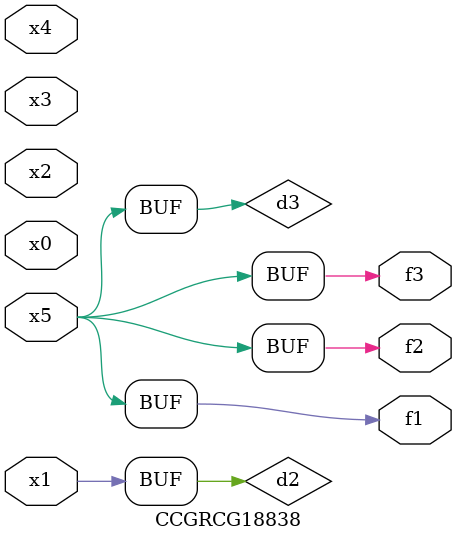
<source format=v>
module CCGRCG18838(
	input x0, x1, x2, x3, x4, x5,
	output f1, f2, f3
);

	wire d1, d2, d3;

	not (d1, x5);
	or (d2, x1);
	xnor (d3, d1);
	assign f1 = d3;
	assign f2 = d3;
	assign f3 = d3;
endmodule

</source>
